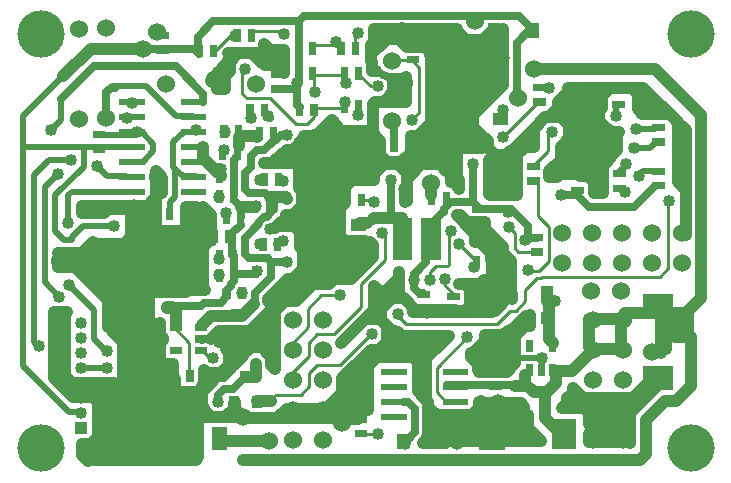
<source format=gbr>
G04 start of page 2 for group 0 idx 0
G04 Title: stribog.main_board, solder *
G04 Creator: pcb 20070208 *
G04 CreationDate: Sun Apr  6 09:45:45 2008 UTC *
G04 For: dti *
G04 Format: Gerber/RS-274X *
G04 PCB-Dimensions: 236220 157480 *
G04 PCB-Coordinate-Origin: lower left *
%MOIN*%
%FSLAX24Y24*%
%LNBACK*%
%ADD11C,0.0400*%
%ADD12C,0.0250*%
%ADD13C,0.0100*%
%ADD14C,0.0200*%
%ADD15C,0.0250*%
%ADD16C,0.0098*%
%ADD17C,0.0600*%
%ADD18R,0.0400X0.0400*%
%ADD19C,0.1575*%
%ADD20R,0.0240X0.0240*%
%ADD21R,0.0200X0.0200*%
%ADD22R,0.0879X0.0879*%
%ADD23R,0.0800X0.0800*%
%ADD24R,0.0640X0.0640*%
%ADD25R,0.0512X0.0512*%
%ADD26R,0.0340X0.0340*%
%ADD27C,0.0380*%
%ADD28C,0.0207*%
%ADD29C,0.1260*%
%ADD30C,0.0350*%
%ADD31C,0.0350*%
G54D11*X12047Y7716D02*Y7362D01*
X11417Y7322D02*X11771D01*
Y7874D01*
X11102D01*
X11496Y7637D02*X11220Y7362D01*
X11933Y7862D02*X11539D01*
X11102Y7874D02*X10944Y8031D01*
X10866Y7677D02*X10905Y7637D01*
X11496D01*
X12063Y7732D02*X11933Y7862D01*
X10944Y8031D02*Y8976D01*
X11102Y9133D01*
X10984Y8976D02*X10944Y9015D01*
Y9488D01*
X10984Y9881D02*X11220Y10118D01*
X11535Y11181D02*Y10196D01*
X11102Y9133D02*Y9685D01*
X11338Y9921D01*
X12086D01*
Y10039D01*
X11535Y10196D02*X11968D01*
Y10275D01*
X11732Y10511D01*
X10905Y9488D02*Y9881D01*
X11514Y7086D02*X10511D01*
X9960Y6732D02*X10275Y6771D01*
X10590Y7086D01*
X11338Y6850D02*X10708D01*
X10433Y7086D02*X10708Y7362D01*
X11524Y7096D02*X11514Y7086D01*
X11181D02*X11417Y7322D01*
X11220Y7362D02*X11023D01*
X12047D02*X11574Y6889D01*
X11614Y6929D02*Y7126D01*
X11299Y6614D02*X11614Y6929D01*
X11574Y6889D02*Y6889D01*
X11614Y7126D02*X11338Y6850D01*
X10708D02*X10472Y6614D01*
X10433D01*
X10393Y2259D02*X10370Y2283D01*
X10393Y2259D02*X10456Y2322D01*
X9393Y2220D02*X9377Y2244D01*
X9212Y2047D02*X9370Y2244D01*
X8858Y1968D02*X9173Y2283D01*
X10511D01*
X10378Y2244D02*X9409D01*
X9094Y1968D02*X10905D01*
X10393Y2259D02*X10378Y2244D01*
X9960Y6732D02*X9291Y6063D01*
Y5984D02*X8661D01*
X8582Y5984D02*X9212Y6614D01*
X8779Y5551D02*X9133Y5905D01*
X8661D02*Y5590D01*
X9728Y6854D02*X8937Y6062D01*
X9370Y6614D02*X9645Y6889D01*
X10196Y6574D02*X9488Y5866D01*
X10118Y6456D02*X10590D01*
X10748Y6614D01*
X11299D01*
X9488Y5866D02*X9173D01*
X10944Y2401D02*X11889Y3346D01*
Y2677D02*X11614Y2401D01*
X12086Y5590D02*X10984Y4488D01*
X11023Y2834D02*Y3307D01*
X11968Y4251D01*
X11889Y3700D02*Y2244D01*
X11771Y2992D02*X11063Y2283D01*
X7952Y4881D02*X8070Y5000D01*
X8779D01*
X8661Y5590D02*X7952Y4881D01*
X8779Y3622D02*X8661Y3740D01*
Y4527D01*
X8346Y4330D02*X8582Y4094D01*
X8543Y4803D02*Y5314D01*
X8779Y5000D02*Y5551D01*
X7952Y4330D02*X8346D01*
X7834Y4527D02*Y4212D01*
X7952Y4330D01*
X8661Y4527D02*X7834D01*
X8779Y4881D02*Y3622D01*
Y4291D02*Y5354D01*
G54D12*X11023Y1850D02*X11063D01*
G54D11*X11563Y1933D02*X11185D01*
X11614Y2401D02*Y1968D01*
X11141D01*
X11185Y1933D02*X11023Y1771D01*
X10748Y2244D02*X11889D01*
X10456Y2322D02*X11811D01*
G54D12*X10984Y1811D02*X11023Y1850D01*
G54D11*Y1811D02*X10708Y2126D01*
Y2204D01*
X10748Y2244D01*
X10826Y2401D02*X10944D01*
X6378Y11012D02*Y10629D01*
X6417D01*
X9921Y10393D02*X9763Y10551D01*
X8418Y10472D02*X9881D01*
X9055Y10826D02*X8693Y10472D01*
X9645Y10275D02*X9566Y10196D01*
X9362Y10905D02*X9176D01*
X9649Y10826D02*X9051D01*
X6929Y10275D02*X6889Y10196D01*
X6929Y10275D02*X6968Y10039D01*
X6417Y10629D02*X6889Y10157D01*
X6389Y11023D02*X6378Y11012D01*
X8693Y10472D02*X8415D01*
X10039Y11220D02*X9649Y10826D01*
X9921Y11259D02*X9960Y6732D01*
X9685Y9055D02*Y9527D01*
X9566Y10196D02*Y9645D01*
X9842Y9370D01*
Y8897D01*
X9921Y8700D02*X9880Y8741D01*
X10157Y6889D02*Y11141D01*
X9291Y8661D02*X9685Y9055D01*
X9606Y8149D02*X9370Y8464D01*
X9728Y7555D02*Y6893D01*
X9880Y8741D02*X9133D01*
X9881Y8819D02*X9488Y8425D01*
X9133Y8741D02*Y8622D01*
X8976Y8503D02*X8779Y8307D01*
X9960Y8425D02*X9133D01*
X8897Y8385D02*X9488D01*
X9212Y8661D02*X9291D01*
X9448Y8503D02*X9094D01*
X9370Y8464D02*X9291D01*
X9728Y7555D02*X9606Y7677D01*
Y8149D01*
X14921Y6456D02*X15118D01*
X15275Y6141D02*Y5629D01*
X15433Y6141D02*X15275D01*
X15118Y6456D02*X15472Y6102D01*
X15629Y6456D02*X14921D01*
X15472Y6102D02*X15433Y6141D01*
X16299Y6496D02*X16692Y6102D01*
Y5944D01*
X16653Y6102D02*Y6102D01*
X16692Y5944D02*X16653Y5984D01*
Y6889D01*
X16102Y5551D02*X16653Y6102D01*
X16378Y6141D02*X15787Y5551D01*
X15866Y5905D02*X16023Y6063D01*
X15944Y6220D02*X15984Y6181D01*
Y6141D01*
X15433Y5590D01*
Y5551D01*
X15196Y5629D02*X15787Y6220D01*
X14634Y5547D02*X14630Y5551D01*
X13385Y5511D02*X16023D01*
X14634Y5547D02*X14638Y5551D01*
X16102D01*
X12086Y6377D02*X12401Y6062D01*
Y5905D01*
X12086Y5590D02*Y6377D01*
X12244Y6259D02*Y5984D01*
X12322Y5629D02*X12677Y5984D01*
X12755D02*X13070D01*
X13110Y5944D02*X13464Y5590D01*
X14771D02*X13582D01*
X13464D02*X13858D01*
X13385Y5551D02*Y5511D01*
X14814Y5547D02*X14771Y5590D01*
X12244Y5984D02*X12913Y6653D01*
G54D13*X13858Y5511D02*Y5590D01*
G54D11*X13700Y4291D02*Y4685D01*
G54D13*Y4724D01*
G54D11*X12992D02*X14566D01*
X12519Y4527D02*Y5039D01*
X15775Y4553D02*X15783Y4560D01*
Y4751D01*
X15787Y4748D01*
X16649D01*
X15777Y4555D02*X16346D01*
X15590Y2519D02*Y2322D01*
X16500Y3523D02*X15594D01*
X16417Y3976D02*X16267Y3826D01*
X15740D01*
X15559Y4074D02*X16315D01*
X15728Y4307D02*X16315D01*
X15594Y3523D02*Y3736D01*
X15330Y4000D01*
X15543Y4059D02*X15559Y4074D01*
X15330Y4000D02*Y4161D01*
X15397D01*
X15689Y4452D01*
X15775Y4553D02*X15777Y4555D01*
X15654Y2538D02*X15830Y2362D01*
G54D13*X13074Y9673D02*X13110Y9638D01*
Y9606D01*
G54D11*Y9173D01*
X12913Y6653D02*Y6063D01*
Y6850D02*Y6496D01*
X13189Y10157D02*Y9212D01*
X15433Y7834D02*X15630D01*
X15984Y7480D01*
Y7244D01*
X15433Y8228D02*X16023Y7637D01*
X16378Y7677D02*X15787Y8267D01*
X16299Y6929D02*Y6496D01*
X16023Y6063D02*Y7637D01*
X15748Y6574D02*X15629Y6456D01*
X15787Y6220D02*Y6574D01*
X16102Y6889D02*Y5905D01*
X15984Y7244D02*X16299Y6929D01*
X16378Y7480D02*Y7480D01*
X16653Y6889D02*X16378Y7165D01*
X16653Y7204D02*X16378Y7480D01*
Y7165D02*Y7677D01*
X16653Y6850D02*Y7204D01*
X15551Y8494D02*Y8110D01*
X15560Y8503D02*X15551Y8494D01*
X14842Y8740D02*X15078Y8503D01*
X14842Y8740D02*X14960D01*
X15354Y8228D02*X14842Y8740D01*
X14960D02*X15196Y8503D01*
X15433Y7834D02*Y8228D01*
X15787Y8267D02*Y8503D01*
X15078D02*X15560D01*
X15433Y8228D02*X15354D01*
X15787Y8503D02*X15315D01*
X21181Y3110D02*X20708Y2637D01*
X21653Y3307D02*X21614Y3267D01*
X21456D01*
X21574Y3110D02*X21181D01*
X20748Y2283D02*X21574Y3110D01*
X20630Y2126D02*Y1141D01*
X20393Y1456D02*Y1771D01*
X20354Y2126D02*X20511Y2283D01*
Y2637D01*
X20354Y2480D01*
X20708Y2244D02*X20630Y2126D01*
X20629Y1692D02*Y1968D01*
X20393Y1259D02*X20354Y1220D01*
X20393Y1259D02*X20314Y1181D01*
X19252D01*
Y1456D01*
X20393D01*
Y1771D02*X19252D01*
Y2007D01*
X18937Y2322D02*X18346D01*
X18700Y2677D01*
Y2992D01*
X19566Y2126D01*
X19370Y2480D02*X19212Y2637D01*
X19566Y2126D02*X20354D01*
Y2480D02*X19370D01*
X19212Y2637D02*X20629D01*
X19389Y1988D02*X19074Y2303D01*
X13661Y3779D02*X13425Y4015D01*
X13700Y4291D01*
X13622Y3779D02*X13582Y3818D01*
Y4015D01*
X13464Y3937D02*X13543Y3858D01*
X14566Y4724D02*X13622Y3779D01*
X14015Y4448D02*X14055D01*
X13976Y4370D01*
X13582Y4015D02*X14015Y4448D01*
X13976Y4370D02*X12913D01*
X13897Y2519D02*X13661Y2755D01*
Y3779D01*
X13543Y3858D02*Y2874D01*
X13818D01*
Y2637D01*
Y4015D01*
X10433Y2244D02*X12755Y4566D01*
X12244Y4251D02*X12519Y4527D01*
G54D13*X12795Y4881D02*Y4803D01*
G54D11*Y4881D02*Y4055D01*
X12874Y4842D02*X12992Y4724D01*
X12283Y5275D02*X11771D01*
X12283Y5590D02*X12086D01*
X12007Y5511D02*X12086Y5590D01*
X12637Y4921D02*X12322Y5236D01*
Y5629D01*
X13425Y4015D02*X12204D01*
X11968Y4251D02*X12244D01*
X14481Y2007D02*X14409Y1935D01*
X14479Y2005D02*X14253D01*
X13897Y2362D01*
X14173Y2047D02*X13897Y2322D01*
X14527Y2047D02*X14330Y1850D01*
X14252Y1535D02*X14527Y1811D01*
X13897Y1330D02*X13709Y1141D01*
X13897Y2362D02*Y1330D01*
Y2519D02*Y2322D01*
X14173Y1141D02*Y2047D01*
X13709Y1141D02*X14448D01*
X14349D02*X14173D01*
X14360Y1131D02*X14349Y1141D01*
X14763Y1299D02*X14724Y1259D01*
X14360Y1231D02*X14371Y1220D01*
X16417Y3976D02*X16181Y3740D01*
Y3622D01*
X16456Y4818D02*Y3976D01*
X16787Y4897D02*Y3811D01*
X16500Y3523D01*
G54D14*X17677Y3976D02*Y3582D01*
Y3976D02*X16378D01*
G54D12*X16181Y2401D02*Y2519D01*
G54D11*X14481Y2007D02*X16023D01*
X16181Y2165D01*
Y2559D01*
X15590Y2322D02*X15314Y2047D01*
X14527D01*
X14371Y1220D02*X17637D01*
X17322Y1535D01*
X14252D01*
X14527Y1811D02*X17204D01*
Y2086D01*
X14133D01*
X15830Y2362D02*X17086D01*
X16968Y2480D02*X15590D01*
X17086Y2362D02*X16968Y2480D01*
X17004Y5129D02*X16456Y4818D01*
X16968Y5078D02*X16787Y4897D01*
X17165Y5393D02*X16220Y4448D01*
X17125Y5039D02*X16653Y4566D01*
X17279Y5404D02*X17268Y5393D01*
X17165D01*
X17279Y5404D02*X17283Y5401D01*
Y5039D01*
X17125D01*
X15866Y10984D02*X16102Y10748D01*
X16496D01*
X16614Y10866D01*
X16968D01*
X17126Y11023D01*
X17401Y11614D02*X16535Y10748D01*
X16535D01*
X16850Y10669D02*Y9409D01*
X16181Y10590D02*Y9527D01*
X16220Y9566D02*X16535D01*
X16850Y9409D02*X15944D01*
X16535Y9566D02*Y10551D01*
X15944Y9409D02*X15905Y9448D01*
Y10590D01*
X21063Y12677D02*Y12283D01*
X21063Y12677D02*X21063D01*
X22480Y11574D02*X22165Y11889D01*
X21496Y12244D02*X21063Y12677D01*
X21023Y12126D02*X21929D01*
X22480Y9448D02*Y11574D01*
X22204Y11850D02*Y10118D01*
Y10196D02*Y9842D01*
X22480Y9566D01*
Y8070D01*
X22204Y11850D02*X21063Y12992D01*
X17126Y11023D02*X17401D01*
Y11614D01*
X17795Y12007D01*
X19133D01*
X18858Y11811D02*X18818Y11771D01*
X18582Y11732D02*X18346Y11968D01*
X18307Y11023D02*X18622Y11338D01*
Y11338D01*
X18228Y12322D02*X17913Y12007D01*
Y12007D01*
X18307Y10118D02*X18937D01*
X18818Y11771D02*Y10275D01*
X18582Y10472D02*Y11732D01*
X18818Y10275D02*X18740Y10354D01*
X18464D01*
X18582Y10472D01*
G54D13*X18189Y10000D02*X18110D01*
G54D11*X18189D02*X18307Y10118D01*
X18189Y10000D02*X17913D01*
Y10196D01*
X18307Y10590D01*
Y11023D01*
X18948Y10043D02*X19133Y10228D01*
X18948Y10043D02*X18951Y10039D01*
X19212D01*
X19409Y9842D01*
Y9488D01*
X19724D01*
Y10393D01*
X19409Y12992D02*X18543D01*
Y12834D01*
X18228Y12519D01*
Y12322D01*
X18346Y12244D02*X18385Y12283D01*
X18858D01*
X18818Y12322D01*
Y12677D01*
X18700Y12559D01*
X18582D01*
X19133Y10228D02*Y12755D01*
X19409Y9488D02*Y12677D01*
X19566Y12204D02*Y9488D01*
Y11968D02*Y11889D01*
X19724Y10393D02*X19881Y10551D01*
X20196Y10905D02*X19803Y10511D01*
X19881Y10551D02*Y11614D01*
X20000Y11496D01*
X20236D01*
X20196Y11456D01*
Y10905D01*
X19566Y11889D02*X19881Y11574D01*
X19645Y12677D02*Y12677D01*
X19133Y12755D02*X19370Y12992D01*
X20236D01*
X19409Y12677D02*X19685D01*
Y12322D01*
X19566Y12204D01*
X19960Y12992D02*X19645Y12677D01*
X19685Y12992D02*X20669D01*
X20866Y12795D01*
Y12283D01*
X21023Y12126D01*
X21063Y12992D02*X19960D01*
G54D14*X15984Y12677D02*X16378Y13070D01*
Y13228D01*
G54D11*X15787Y12480D02*X16377Y13070D01*
X15984Y12677D02*X15826Y12834D01*
X16063Y12755D02*X15393Y12086D01*
X16063Y12755D02*Y13503D01*
X15826Y12834D02*Y13779D01*
Y13818D02*Y14015D01*
X16349Y13257D02*X16299Y13307D01*
X14291Y11771D02*Y14015D01*
X13937Y11496D02*X14212Y11771D01*
G54D13*X14173Y11496D02*X14212D01*
G54D11*X14527Y13779D02*Y11968D01*
X14842Y11574D02*Y12874D01*
X14763Y11574D02*Y12814D01*
X14173Y11456D02*X15275D01*
X14921Y11496D02*X14842Y11417D01*
X14212Y11771D02*X14685D01*
X15157Y11456D02*Y13110D01*
X15393Y11574D02*Y12086D01*
X13976Y14055D02*Y11811D01*
X14015Y10826D02*Y11063D01*
X13976Y11811D02*X13543Y11377D01*
Y11338D02*X13307Y11102D01*
X13700Y11496D02*X13582Y11377D01*
X13307D02*Y11023D01*
X13582Y11377D02*X13307D01*
X14370Y11023D02*X14173D01*
X14409Y10984D02*X14370Y11023D01*
X13307Y11102D02*Y10826D01*
X12007Y11496D02*X12283Y11220D01*
X12047Y11653D02*Y12440D01*
X12126Y12519D02*X12795D01*
X12874D02*X13149D01*
X14212Y11259D02*X13622D01*
X14291Y11338D02*X14212Y11259D01*
X12007Y13543D02*X12165D01*
X12047Y12440D02*X12126Y12519D01*
G54D12*X12397Y13425D02*X12068Y13622D01*
X12086Y13639D01*
Y13779D01*
X12007Y13858D01*
G54D11*X12795Y12519D02*Y13188D01*
X12716Y13228D02*Y12834D01*
X12440Y12559D01*
G54D12*X12598Y13346D02*X12397Y13425D01*
G54D11*X12795Y12598D02*X12874Y12519D01*
X13149D02*Y13346D01*
X13070Y13267D01*
X12677D01*
X12716Y13228D01*
G54D12*X12598Y13307D02*Y13346D01*
G54D11*X15629Y12559D02*Y13031D01*
X15472Y12401D02*X15629Y12559D01*
X15472Y13149D02*Y12401D01*
X15551Y13228D02*X15472Y13149D01*
X15315Y13149D02*X14448D01*
X14822Y12814D02*X15196Y13188D01*
X14763Y12814D02*X14822D01*
X15275Y13228D02*X15551D01*
X15157Y13110D02*X15275Y13228D01*
X14448Y13503D02*X15708D01*
X15354Y13188D02*X15315Y13149D01*
X15669Y10984D02*X15039D01*
X15866Y11220D02*Y10984D01*
X15905Y10590D02*X16181D01*
X15669Y11220D02*Y10984D01*
X16181Y9527D02*X16220Y9566D01*
X14843Y11457D02*Y9724D01*
X14645Y9842D02*Y11181D01*
Y11456D02*X14763Y11574D01*
X14921Y9921D02*Y9606D01*
X15433Y11614D02*X15748Y11299D01*
X15629Y11456D02*X15866Y11220D01*
X14921Y11220D02*X15669D01*
X13267Y10039D02*X13661Y10433D01*
X13858Y10866D02*X13543Y10551D01*
X13401Y10354D02*X12992D01*
X13307Y10826D02*X12992Y10511D01*
X13918Y10451D02*Y10669D01*
X13937Y10433D02*X13918Y10451D01*
X14645Y11181D02*X14252D01*
Y11338D01*
X14193Y10944D02*X14212D01*
X13918Y10669D02*X14193Y10944D01*
X13937Y10748D02*X14015Y10826D01*
X14488Y10196D02*X14409Y10275D01*
X11988Y11425D02*Y10692D01*
X12007Y11692D02*Y11496D01*
X12992Y10511D02*X11889D01*
X14173Y10433D02*X13661D01*
X14409Y10275D02*Y10984D01*
X12992Y10354D02*X13189Y10157D01*
X13445Y10310D02*X13401Y10354D01*
X13149Y10433D02*X12401D01*
X14173Y11023D02*Y10433D01*
X13858Y11141D02*X13149Y10433D01*
X11948Y11539D02*X11944Y11535D01*
X7244Y13818D02*X7559Y14133D01*
X8031D02*X8031D01*
X7283Y13937D02*Y14133D01*
X8267D02*X7204D01*
X8346Y13818D02*X8031Y14133D01*
X7244Y13503D02*Y13818D01*
X7283Y14133D02*Y13543D01*
X7126Y13385D01*
Y13307D02*Y12952D01*
X6850D01*
X6929Y13464D02*X6889Y13503D01*
X6653Y13228D02*X6692Y13188D01*
X7007Y13661D02*X7283Y13937D01*
X9094Y14251D02*Y13464D01*
X8622Y14251D02*X9094D01*
X8937Y13936D02*Y13740D01*
X8897Y13976D02*X8937Y13936D01*
Y13740D02*X8464D01*
X8385Y13976D02*X8897D01*
X8425Y14291D02*X8267Y14133D01*
X8425Y14448D02*Y14291D01*
Y14448D02*X8622Y14251D01*
X12007Y13858D02*X11989Y13876D01*
X12007Y13858D02*Y13543D01*
X11968Y13897D02*X12007Y13858D01*
X10883Y11692D02*X10669Y11907D01*
X10179Y11417D01*
X11771Y11377D02*X12047Y11653D01*
X11944Y11535D02*X10984D01*
X10179Y11417D02*X10078D01*
X9921Y11259D01*
X10236Y11456D02*X10157Y11377D01*
X9763D01*
X10157Y11141D02*X10393Y11377D01*
X9763Y11302D02*X9366Y10905D01*
X9763Y11377D02*Y11302D01*
X10393Y11377D02*X10433D01*
X11989Y13876D02*Y14409D01*
X9212Y6614D02*X9370D01*
X9133Y8622D02*X8897Y8385D01*
X10433Y11377D02*Y7086D01*
X10708Y7362D02*Y11614D01*
X10984Y11338D01*
Y9881D01*
X11220Y10118D02*Y11496D01*
X11535Y11181D01*
X11771Y10866D02*Y11377D01*
X12283Y10748D02*X12559Y10472D01*
X12283Y11220D02*Y10748D01*
X12401Y10433D02*X12007Y10039D01*
X14291Y14015D02*X14527Y13779D01*
X13976Y14133D02*X15669D01*
X15511Y14330D02*X13897D01*
X13937Y14094D02*X13976Y14055D01*
X14015Y14370D02*X13997Y14351D01*
X13779Y14645D02*X14881D01*
X13582Y14527D02*X13976Y14133D01*
X13464Y14527D02*X13582D01*
X13167Y14351D02*X13543D01*
X13464Y14527D02*X13582Y14645D01*
X13997Y14351D02*X13189D01*
X13464Y14527D02*X13503Y14566D01*
X12086Y14881D02*Y14960D01*
X12401Y14527D02*X12007Y14133D01*
X12874Y14645D02*X13167Y14351D01*
X13503Y14921D02*X12086D01*
Y14566D01*
X12126Y14606D02*X13307D01*
X12086Y14960D02*X14842D01*
X12086Y14566D02*X12126Y14606D01*
X13503Y14566D02*Y14921D01*
G54D12*X12992Y15000D02*X13031Y15039D01*
G54D11*X16378Y13070D02*Y14960D01*
X16299Y13307D02*Y14921D01*
X15748Y13818D02*X14488D01*
X15669Y14528D02*Y14133D01*
X16023Y14882D02*Y13779D01*
X16377Y13070D02*X16378D01*
X16072Y14931D02*X16023Y14882D01*
X15708Y14566D02*X16063Y14921D01*
X15157Y14566D02*X15708D01*
X14842Y14881D02*X15157Y14566D01*
X14842Y14960D02*Y14881D01*
G54D12*X7352Y3564D02*X7095Y3307D01*
G54D11*X7125Y3464D02*X6535D01*
G54D12*X7095Y3307D02*X6496D01*
G54D11*X7440Y4291D02*X7165D01*
X6929Y4527D02*X7716D01*
Y4055D01*
X6929Y4881D02*X8779D01*
X7165Y4291D02*X7244Y4212D01*
Y3740D02*X7007Y3503D01*
X7353Y3702D02*X7440Y3790D01*
X7244Y4212D02*Y3740D01*
X7440Y3790D02*Y4291D01*
X7716Y4055D02*X7125Y3464D01*
X7755Y1968D02*X9173D01*
X6220Y2598D02*Y2834D01*
X7716Y2007D02*X6259D01*
X6417Y2244D02*X6653Y2007D01*
X6299Y2244D02*X6259Y2283D01*
X6417Y2067D02*Y2283D01*
Y2322D02*Y2244D01*
X6299Y1968D02*Y2244D01*
X7755Y1968D02*X7440Y2283D01*
G54D12*X6456Y3228D02*X6535Y3307D01*
G54D11*X7409Y2489D02*Y2290D01*
X7165Y2047D01*
X7440Y2283D02*Y2519D01*
X6338Y3031D02*Y2322D01*
X5590Y6259D02*X6456D01*
G54D12*X6379Y4610D02*X6343Y4606D01*
X6379Y4610D02*X6336Y4566D01*
G54D11*X6929Y4881D02*X6653Y4606D01*
X6929Y4881D02*Y4527D01*
X6220Y2834D02*X5629D01*
X6378D02*Y2874D01*
X6338Y2952D02*X6417Y3031D01*
Y3582D01*
G54D12*X6496Y3267D02*Y3228D01*
G54D11*X6378Y2874D02*X6732Y3228D01*
X4803Y9606D02*Y6614D01*
X4066Y8927D02*X4399D01*
X4803Y9330D01*
X5026Y9973D02*Y9488D01*
X4803Y9330D02*Y10196D01*
X5026Y9973D01*
X4881Y8188D02*X4921Y8228D01*
X4566Y6771D02*X4488Y6850D01*
X3976Y8700D02*Y6889D01*
X3740Y7795D02*X4133Y8188D01*
X4488Y6850D02*Y9055D01*
X4055Y8700D02*X3976D01*
X4173Y8937D02*Y6968D01*
X4055Y7086D01*
Y8700D01*
X6378Y9015D02*X6653Y8740D01*
Y7952D01*
X6299Y7834D02*Y8740D01*
X6653Y7952D02*X6378Y7677D01*
X6456Y6259D02*X6378Y6338D01*
Y6653D02*X6181Y6456D01*
X6063D01*
X6378Y7677D02*Y6338D01*
X6141Y6653D02*Y9015D01*
X5826D01*
Y6889D01*
X5472Y6929D02*Y8228D01*
X5157D01*
Y6771D01*
X4921Y8228D02*X5748D01*
X6063Y6417D02*X5826Y6181D01*
X5511D01*
X5315Y6338D02*X5590D01*
X4055Y6535D02*X4370Y6220D01*
X4212Y6732D02*X4488Y6456D01*
X4527D01*
X4488Y6496D01*
Y6220D02*X4448Y6181D01*
X4094D01*
X5826Y6496D02*X6102Y6771D01*
X4763Y6377D02*X5039D01*
X4330Y6574D02*X6220D01*
X6141Y6653D01*
X5826Y6889D02*X5511D01*
X5472Y6929D01*
X4566Y4251D02*Y6102D01*
X4488Y1771D02*Y6220D01*
X4173Y6102D02*Y1732D01*
X3937Y1771D02*Y6259D01*
X4960Y5142D02*Y3503D01*
X4803Y3740D02*Y4055D01*
X4330D01*
X4685Y4133D02*X4566Y4251D01*
X4763Y4173D02*X4803Y4212D01*
Y5118D01*
X4330Y3346D02*X4370D01*
X5393Y3307D02*X5196Y3503D01*
X5393Y3779D02*Y3307D01*
X4960Y3779D02*X5393D01*
X3700Y6220D02*Y1692D01*
X5866Y1653D02*X5433Y1220D01*
Y1574D02*X5708Y1850D01*
X4173Y1456D02*X4488Y1771D01*
X4173Y1732D02*X3897D01*
X3937Y1771D01*
X4409Y748D02*X4370Y787D01*
X4881Y826D02*X5157D01*
X5433Y1181D02*Y590D01*
X6023Y1063D02*Y1377D01*
X5748Y1338D02*Y787D01*
X6220Y1811D02*X5748Y1338D01*
X6220Y669D02*Y1811D01*
X6141Y590D02*X6220Y669D01*
X5393Y590D02*X6141D01*
X5748Y787D02*X6023Y1063D01*
X5551Y1968D02*X6299D01*
X6259Y2283D02*X5511D01*
Y2598D02*X6220D01*
X4370Y787D02*Y3346D01*
X4606Y708D02*Y3267D01*
X4881D02*Y826D01*
X4606Y3267D02*X4881D01*
X5157Y826D02*Y3267D01*
X5433Y3228D01*
Y3267D02*Y1574D01*
X5511Y2283D02*Y2598D01*
X5708Y6181D02*X4527D01*
X4094Y6181D02*X4173Y6102D01*
X4370Y6220D02*Y4291D01*
X3346Y4881D02*Y6535D01*
X3228Y6417D02*Y5000D01*
Y5905D01*
X3503Y748D02*X4409D01*
X2913Y787D02*X3189D01*
X2559Y551D02*X2362Y748D01*
Y1023D01*
X2440Y944D01*
X4173D01*
X5433Y590D02*X2598D01*
X4173Y944D02*Y1141D01*
X4133Y1102D01*
X2362D01*
X2637D01*
X3070Y1456D02*X4173D01*
X3661Y1692D02*X3346Y1377D01*
X2874D01*
X3425Y1614D02*X3149D01*
X2637Y1102D02*X3031Y1496D01*
X3070Y1456D01*
X2874Y1377D02*Y2519D01*
X2716Y2677D01*
X3425Y3149D02*Y1614D01*
X3149D02*Y2992D01*
X2992Y2834D01*
X2913D01*
X2716Y2677D02*X2047D01*
X2126Y3031D02*X2716D01*
X2755Y3070D01*
Y3149D01*
X2047D01*
X3425D01*
X1404Y3320D02*Y5511D01*
X1653D01*
X1692Y5472D01*
Y3188D01*
Y5511D01*
X1850D01*
X1771Y5433D01*
X3818Y4409D02*X3346Y4881D01*
X1771Y5433D02*Y3385D01*
X2047Y2677D02*X1404Y3320D01*
X1771Y3385D02*X2126Y3031D01*
X2677Y7165D02*X3858D01*
X2952Y6889D02*X2677Y7165D01*
X3858D02*Y7440D01*
X3622Y6535D02*X4055D01*
X3582Y6692D02*X3897D01*
X3976Y6889D02*X2952D01*
X3858Y7440D02*X3818Y7480D01*
X3346Y6771D02*X4566D01*
X2165Y7047D02*X1771D01*
X2126Y7007D02*X1535D01*
Y7283D01*
X2322D01*
X1771Y7047D02*X1732Y7007D01*
X2716Y7834D02*X2755Y7795D01*
X2716Y7834D02*Y7834D01*
X2362Y7480D02*X2716Y7834D01*
X2362Y7244D02*X2165Y7047D01*
X2244Y6968D02*X2440Y7165D01*
X2480D01*
X2519Y7125D01*
X2559Y7322D02*X2519Y7362D01*
X1535Y7480D02*X2362D01*
X3818D02*X1535D01*
X2755Y7795D02*X3740D01*
X3346Y6259D02*X3622Y6535D01*
X3937Y6259D02*X3700D01*
X3661Y6220D01*
X3346Y6535D02*X3228Y6417D01*
Y5905D02*X2126Y7007D01*
X2322Y7283D02*X3070Y6535D01*
Y6496D01*
X3346Y6771D01*
X4488Y9055D02*X2362D01*
Y8818D01*
X3070D01*
X3189Y8937D01*
X4173D01*
G54D12*X6220Y14685D02*X6732Y15196D01*
G54D13*X7283Y14724D02*X6771Y14212D01*
X7440Y14724D02*X7283D01*
G54D15*X6220Y14685D02*Y14173D01*
X6256Y14302D02*X6244Y14291D01*
G54D11*X7598Y11338D02*Y11061D01*
X7637Y11377D02*X7598Y11338D01*
G54D13*X7834Y12637D02*X7677Y12795D01*
X7795Y13621D02*Y13622D01*
X8622Y12637D02*X7834D01*
X8768Y12949D02*X8811Y12992D01*
X7677Y13503D02*X7795Y13622D01*
G54D12*X8425Y10905D02*X8858Y11338D01*
G54D11*X8189D02*X8149Y11377D01*
G54D12*X8614Y11968D02*X8582Y12007D01*
X8661Y11102D02*X8976Y11417D01*
G54D11*X8149Y11377D02*X7637D01*
G54D13*X7677Y12795D02*Y13503D01*
G54D12*X6732Y15196D02*X9566D01*
G54D13*X9094Y14763D02*X8976Y14881D01*
X7952D01*
X11456Y14724D02*Y14291D01*
X11535Y14803D02*X11456Y14724D01*
G54D12*X9566Y15196D02*Y14291D01*
Y14377D02*Y13149D01*
G54D13*X9563Y14381D02*X9566Y14377D01*
X10890Y14409D02*X10078D01*
G54D12*X9566Y13149D02*X9370Y12952D01*
G54D13*X9330Y12992D02*X9488Y13149D01*
X8811Y12992D02*X9330D01*
X9395Y13149D02*X9527D01*
G54D12*Y12408D02*Y13149D01*
X9370Y12952D02*X8818D01*
G54D13*X10172Y12322D02*X11063D01*
X10082Y12334D02*X10078Y12330D01*
Y12007D01*
X9842Y11771D01*
X9488D02*X8622Y12637D01*
G54D12*X9602Y12334D02*X9527Y12408D01*
G54D13*X9842Y11771D02*X9488D01*
G54D12*X8976Y11417D02*X9173D01*
G54D13*X10078Y12874D02*Y13425D01*
X10118Y12834D02*X10078Y12874D01*
X11008Y13425D02*X10039D01*
G54D14*X1732Y13385D02*X393Y12047D01*
X1299Y11574D02*X1653Y11929D01*
G54D11*X1732Y13385D02*X2637Y14291D01*
G54D14*X1653Y11929D02*Y12598D01*
X393Y11023D02*X2598D01*
X3897D02*X2283D01*
G54D13*X4173Y11496D02*X4330D01*
X4173D02*X4277D01*
G54D14*X3003Y11421D02*X3086Y11417D01*
X3007D02*X4173D01*
G54D12*X2755Y13700D02*X1653Y12598D01*
G54D11*X3228Y14291D02*X4448D01*
X2637D02*X3503D01*
G54D14*X5739Y11523D02*X5393Y11178D01*
G54D15*X6256Y14122D02*X6087Y14291D01*
G54D12*X6389Y12783D02*X5472Y13700D01*
X6389Y12523D02*Y12783D01*
G54D14*X5472Y12047D02*X6063D01*
G54D15*X6244Y14291D02*X4527D01*
G54D12*X5472Y13700D02*X2755D01*
X3149Y11968D02*Y12834D01*
X3307Y12992D01*
X3464D01*
G54D14*X3346Y13031D02*X4488D01*
X5472Y12047D01*
X4173Y11496D02*X4347D01*
X4724Y11119D01*
G54D12*X19252Y9015D02*X18858Y9409D01*
X19252Y9015D02*X20748D01*
G54D13*X21889Y9173D02*X21929Y9212D01*
X21889Y8700D02*Y9173D01*
X21929Y9212D02*Y9212D01*
G54D12*X18858Y9409D02*X18307D01*
G54D13*X19370Y7165D02*Y7126D01*
G54D12*X20748Y9015D02*X21417Y9685D01*
G54D13*X21889Y6968D02*Y8937D01*
G54D14*X20185Y10121D02*X20457Y10393D01*
G54D13*X20472D01*
G54D11*X21141Y787D02*X20944Y590D01*
X20315Y5236D02*Y4291D01*
X21141Y787D02*Y1929D01*
X21771Y2559D01*
X22165D01*
X22637Y3031D01*
Y4685D01*
X21811Y5118D02*Y4291D01*
X22126Y4960D02*Y4685D01*
G54D14*X21484Y11657D02*X21441Y11614D01*
X20826D01*
X20146Y12437D02*X20157Y12425D01*
Y12047D01*
X21484Y11177D02*X21291Y10984D01*
X20747D01*
G54D13*X21664Y10200D02*X21660Y10196D01*
G54D14*X21062D01*
X20905Y10039D01*
G54D11*X22992Y12086D02*X21456Y13622D01*
X22992Y8464D02*Y12086D01*
X19291Y5275D02*X20315D01*
X20275Y5259D02*X20448Y5472D01*
X20488D02*X22519D01*
X19252Y5236D02*Y5275D01*
X20275D02*Y5236D01*
X22559Y4724D02*X22244Y5039D01*
X22559Y5433D02*Y4724D01*
X22519Y5472D02*X22559Y5433D01*
X21614Y5472D02*X22126Y4960D01*
X21653Y5275D02*X21811Y5118D01*
X21653Y4133D02*Y5275D01*
X22244Y5039D02*Y5236D01*
X22480Y5472D02*X22992Y5984D01*
Y8503D01*
X22637Y4685D02*X22204D01*
X19393Y4259D02*X18677Y3543D01*
G54D16*X21614Y6692D02*X21889Y6968D01*
G54D12*X7405Y6539D02*X7322Y6456D01*
X7401Y6747D02*Y7283D01*
X7362Y7416D02*Y8149D01*
X7405Y7373D02*X7362Y7416D01*
X7405Y6743D02*X7590Y6771D01*
X7405Y6822D02*Y6539D01*
G54D11*X7637Y9015D02*X8110D01*
G54D12*X7637D02*X7401Y9251D01*
X7637Y8676D02*Y9015D01*
X7362Y8149D02*X7637Y8425D01*
X8189Y10905D02*X8425D01*
X7992Y10708D02*X8189Y10905D01*
X7795Y9606D02*Y10157D01*
X7992Y10354D02*Y10708D01*
X8027Y6771D02*X7480Y6771D01*
X8110Y7322D02*X7913D01*
X7401Y10575D02*Y9409D01*
X7795Y7440D02*Y7992D01*
X8661Y6692D02*Y7126D01*
X8657Y7161D02*X8539Y7318D01*
X8464Y9488D02*X7913D01*
X8503Y8681D02*X8425D01*
X7641Y8672D02*X7637Y8676D01*
X8622Y8818D02*Y8937D01*
X7795Y10157D02*X7992Y10354D01*
X7523Y10697D02*X7401Y10575D01*
X8740Y9015D02*Y9212D01*
Y8937D02*Y9133D01*
X7913Y9488D02*X7795Y9606D01*
X7322Y6373D02*X7165Y6216D01*
X8110Y5905D02*Y6141D01*
X7165Y6023D02*Y6181D01*
X7322Y6456D02*Y6373D01*
X8622Y8799D02*X8503Y8681D01*
G54D13*X9881Y5629D02*X10315Y6063D01*
X10944D01*
X10748D01*
X9881Y5000D02*X9370Y4488D01*
X9881Y5629D02*Y5000D01*
X9921Y4488D02*X10196Y4763D01*
X10748D01*
X9921Y3031D02*X9645Y2755D01*
X8818D01*
X9921Y4055D02*X9291Y3425D01*
X9291D01*
X9921Y4488D02*Y4055D01*
G54D11*X7007Y1280D02*X7068Y1220D01*
X6653Y5393D02*X6338Y5078D01*
G54D12*X6889Y2755D02*Y2519D01*
X7086Y2952D02*X6889Y2755D01*
G54D11*X8149Y3346D02*X7874D01*
G54D12*X7382Y2952D02*X7086D01*
G54D11*X7685Y5393D02*X8070Y5779D01*
X6653Y5393D02*X7685D01*
G54D12*X5168Y5658D02*X5218Y5708D01*
X6417Y5826D02*X6968D01*
X5218Y5708D02*X6299D01*
X6968Y5826D02*X7165Y6023D01*
G54D11*X8198Y2559D02*X8661D01*
G54D12*X8740Y9133D02*X8464Y9488D01*
X8622Y8858D02*Y8937D01*
G54D11*X9173Y9291D02*X9133Y9330D01*
G54D12*X8740Y8897D03*
G54D11*X9133Y9330D02*X8622D01*
G54D12*X8425Y8681D02*X8070Y8326D01*
X8141Y6885D02*X8067Y6771D01*
X7795Y7992D02*X8229Y8425D01*
X7913Y7322D02*X7795Y7440D01*
X8543Y7318D02*X8070D01*
X8834Y7795D02*X9055Y7874D01*
X8700Y7165D02*X9173Y7165D01*
X8661Y7165D02*X9212Y7165D01*
G54D13*X17874Y11338D02*X18031Y11496D01*
X16378Y11338D02*X17559Y12519D01*
G54D12*X16889Y12598D02*X16889Y12598D01*
Y12618D01*
G54D13*X13346Y13897D02*X13582Y13661D01*
G54D11*X21456Y13622D02*X17401D01*
G54D12*X16850Y14488D02*Y12677D01*
X16929Y15393D02*X17362Y14960D01*
Y15000D02*X16850Y14488D01*
X16889Y12637D02*X16850Y12677D01*
G54D13*X17874Y10866D02*Y11338D01*
X17204Y6889D02*X17598D01*
X17874Y10866D02*X17362Y10354D01*
X17559Y8700D02*Y9921D01*
X16889Y7519D02*X17559D01*
G54D12*X17126Y7913D02*X17204Y7992D01*
X17519D01*
X17204Y8385D02*Y7913D01*
G54D13*X17913Y7204D02*X17598Y6889D01*
X17913Y8346D02*X17559Y8700D01*
G54D16*X17677Y6692D02*X21614D01*
G54D12*X12677Y11889D02*X12755Y11811D01*
G54D13*X12204Y13031D02*X11968D01*
X11614Y13385D01*
X12685Y13897D02*X13346D01*
G54D12*X12755Y11811D02*Y10984D01*
G54D13*X12677Y13889D02*X12685Y13897D01*
X13582Y13661D02*Y13425D01*
Y12165D02*Y13464D01*
X13346Y11929D02*X13582Y12165D01*
G54D12*X9763Y15393D02*X16929D01*
X9566Y15196D02*X9763Y15393D01*
X15708Y8937D02*X16574D01*
G54D13*X16574Y8346D02*X16771Y8149D01*
Y7637D01*
X16889Y7519D01*
X16496Y8858D02*Y8937D01*
G54D16*X15492Y7224D02*X15496D01*
X14921Y7795D02*X15492Y7224D01*
G54D13*X14527Y7047D02*X14133D01*
X14566Y7086D02*X14527Y7047D01*
X14566Y8110D02*Y7086D01*
G54D12*X14645Y9173D02*X15393D01*
X15629Y8937D01*
X15393Y9173D02*Y10433D01*
G54D11*X13976Y9803D02*X13976Y9803D01*
G54D12*X14409Y8858D02*Y8936D01*
G54D13*X14566Y8110D02*X14645Y8188D01*
G54D12*X15629Y8937D02*X15984D01*
X16653D02*X17204Y8385D01*
X14409Y8936D02*X14645Y9173D01*
X13093Y2519D02*X13228D01*
X13464Y2283D01*
G54D11*X8189Y2549D02*X8198Y2559D01*
G54D13*X10944Y3740D02*X12007Y4803D01*
X10944Y3740D02*X10511D01*
X10590D02*X10196D01*
X9921Y3464D01*
Y3031D01*
X12007Y6811D02*X12440Y7244D01*
X10748Y4763D02*X11653Y5669D01*
Y6456D01*
X12007Y6811D01*
X14814Y6027D02*X14409Y6432D01*
Y6614D01*
G54D12*X13425Y6299D02*Y6771D01*
Y6299D02*X13582Y6141D01*
G54D13*X13346Y6614D02*Y6692D01*
X13385Y6574D02*X13346Y6614D01*
G54D12*X13582Y6929D02*X13425Y6771D01*
X13582Y6141D02*X13700D01*
G54D13*X12874Y5393D02*X13149Y5118D01*
X13937Y6850D02*Y6574D01*
X13937Y6850D02*X13937D01*
G54D11*X20315Y4291D02*X19291D01*
X19252Y4330D02*Y5236D01*
X17913Y4596D02*Y5944D01*
G54D13*Y7204D02*Y8346D01*
G54D11*X18045Y4464D02*X17913Y4596D01*
G54D13*X17480Y6614D02*X17126Y6259D01*
G54D16*X17480Y6614D02*X17519Y6653D01*
X17637D01*
X17677Y6692D01*
G54D13*X17126Y6259D02*Y5866D01*
X16811Y5551D01*
G54D11*X17834Y5866D02*Y6141D01*
X20944Y590D02*X7716D01*
G54D13*X14173Y3661D02*Y2834D01*
X14527Y2480D01*
X14724D01*
G54D12*X13464Y1496D02*X13070Y1102D01*
X13464Y2283D02*Y1496D01*
G54D13*X11563Y1453D02*X11567Y1456D01*
X12204D01*
G54D11*X17126Y3110D02*Y3425D01*
X18425Y1356D02*X17795Y1986D01*
Y2834D01*
G54D12*X12677Y9881D02*X12637Y9842D01*
Y8661D01*
G54D11*X13976Y9803D02*Y9409D01*
G54D13*X12594Y9853D02*X12622Y9881D01*
X12677D01*
G54D12*X13983Y8450D02*X14391Y8858D01*
G54D11*X12086Y8661D02*X13031D01*
G54D13*X11657Y9341D02*X11747Y9251D01*
X12047D01*
Y8622D02*X12126Y8700D01*
G54D11*X11850Y8464D02*X11614D01*
X12047Y8622D02*X12086Y8661D01*
G54D13*X14133Y7047D02*X13937Y6850D01*
X12440Y7244D02*Y8149D01*
G54D12*X13818Y7525D02*Y7165D01*
X13983Y7690D02*X13818Y7525D01*
Y7165D02*X13597Y6944D01*
X16711Y3070D02*X14527D01*
G54D11*X17126Y3110D02*X17047Y3031D01*
X16771D01*
X17834Y2834D02*X17401D01*
X17126Y3110D01*
G54D13*X15196Y4685D02*X14173Y3661D01*
X13149Y5118D02*X16181D01*
X16181D02*X16614Y5551D01*
X16811D02*X16614D01*
G54D11*X18677Y3543D02*X18149D01*
Y3149D01*
X17834Y2834D01*
G54D14*X748Y10078D02*X984Y10314D01*
X787Y10118D02*X1259Y10590D01*
X1968D01*
X1535Y10118D02*Y10118D01*
X1456Y9409D02*X2401Y10354D01*
X1102Y9685D02*X1535Y10118D01*
X2401Y10354D02*Y11023D01*
G54D11*X7068Y1220D02*X8582D01*
G54D13*X8818Y2755D02*X8661Y2598D01*
G54D11*X8149Y3779D02*Y3346D01*
G54D12*X8110Y6141D02*X8661Y6692D01*
X7799Y3369D02*X7382Y2952D01*
G54D11*X5472Y5551D02*Y5078D01*
X5354Y5669D02*X5472Y5551D01*
G54D13*X5905Y4493D02*Y3307D01*
X6622Y3976D02*X6732D01*
X6379Y4220D02*X6622Y3976D01*
G54D14*X1102Y6496D02*X1574Y6023D01*
X3149Y4212D02*X2755Y4606D01*
X1929Y2165D02*X2362D01*
X2637Y3661D02*X2322D01*
X3149D02*X2637D01*
X2755Y5590D02*X1929Y6417D01*
G54D12*X6299Y5708D02*X6417Y5826D01*
G54D14*X393Y3700D02*X1929Y2165D01*
X393Y12047D02*Y3700D01*
X2023Y8011D02*X2385Y8374D01*
X1889Y8464D02*Y9409D01*
X1456Y8228D02*Y9409D01*
X1757Y7927D02*X1456Y8228D01*
X1102Y9685D02*Y6496D01*
X748Y4527D02*Y10078D01*
X905Y4370D02*X748Y4527D01*
X3189Y10039D02*X3818D01*
X5433Y9330D02*X5275Y9173D01*
X5438Y9344D02*Y10295D01*
X5275Y9173D02*Y8740D01*
X5708Y10039D02*X6141D01*
X5393Y10354D02*X5708Y10039D01*
X5393Y11178D02*Y10354D01*
X4724Y11119D02*Y10866D01*
X4370Y10511D01*
X4133D01*
G54D11*X5178Y5669D02*X5354D01*
G54D13*X5399Y5000D02*X5905Y4493D01*
G54D11*X5168Y5658D02*X5178Y5669D01*
G54D14*X2755Y4606D02*Y5590D01*
X2016Y7927D02*X1757D01*
X2385Y8374D02*X3354D01*
X1889Y9409D02*X2007Y9527D01*
X2834Y10393D02*X3189Y10039D01*
X3689Y9523D02*X3685Y9527D01*
X2007D01*
G54D17*X13976Y9803D03*
X12677Y11889D03*
Y13889D03*
X22362Y8149D03*
Y7149D03*
X21362Y8149D03*
Y7149D03*
X20362Y8149D03*
Y7149D03*
X19362Y8149D03*
Y7149D03*
X18362Y8149D03*
Y7149D03*
G54D11*X2322Y5153D03*
Y4653D03*
Y4153D03*
Y3653D03*
Y3153D03*
Y2653D03*
Y2153D03*
G54D18*Y1653D03*
G54D17*X10393Y1259D03*
X9393D03*
X10393Y2259D03*
X9393D03*
X10393Y3259D03*
X9393D03*
X10393Y4259D03*
Y5259D03*
X9393Y4259D03*
Y5259D03*
X20393Y1259D03*
X19393D03*
X20393Y2259D03*
X19393D03*
X20393Y3259D03*
X19393D03*
X20393Y4259D03*
X19393D03*
X20393Y5259D03*
X19393D03*
X19330Y6220D03*
X20315D03*
X2244Y14960D03*
Y11960D03*
X3149Y11968D03*
Y14968D03*
X8149Y13110D03*
X5149D03*
G54D19*X984Y984D03*
G54D17*X1614Y7204D03*
G54D11*X905Y4370D03*
X1929Y6417D03*
X1574Y6023D03*
X4842Y3503D03*
X3188Y4212D03*
G54D17*X2834Y6574D03*
G54D11*X7992Y11968D03*
X8267Y9925D03*
X8189Y11338D03*
X8425Y10472D03*
X10952Y9566D03*
X12086Y9173D03*
X10952Y8976D03*
X11338Y10236D03*
X8543Y12047D03*
X13346Y11929D03*
X10433Y11259D03*
X9173Y11417D03*
X12204Y13031D03*
X10826Y14511D03*
X8425Y14448D03*
X7795Y13622D03*
X7440Y14724D03*
G54D17*X6771Y13267D03*
G54D11*X6968Y10275D03*
G54D17*X4842Y14842D03*
X4370Y14291D03*
G54D11*X3858Y11968D03*
X9094Y13622D03*
X6929Y6732D03*
X8181Y6885D03*
X6929Y7283D03*
G54D17*X7716Y2007D03*
G54D11*X7716Y590D03*
X6889Y2519D03*
Y5393D03*
X6929Y4881D03*
X6732Y3976D03*
X8149Y3779D03*
Y9055D03*
X6929Y9330D03*
X7165Y8818D03*
X3188Y3661D03*
G54D17*X4055Y4409D03*
X4960Y4606D03*
G54D11*X4842Y2362D03*
X3413Y8381D03*
G54D17*X4094Y8976D03*
G54D11*X10236Y9173D03*
Y7952D03*
X10157Y10118D03*
X12047Y7401D03*
X12519Y5027D03*
X8622Y8267D03*
X9055Y9881D03*
X9173Y9291D03*
Y7165D03*
G54D17*X8661Y5905D03*
G54D11*X9055Y7874D03*
X6456Y6259D03*
X8267Y7795D03*
X7677Y6141D03*
X4173Y11496D03*
X7102Y11496D03*
X7086Y10905D03*
X4015Y12480D03*
X6141Y11574D03*
X6653Y7874D03*
G54D19*X984Y14763D03*
G54D11*X1535Y10118D03*
X1299Y11574D03*
X1889Y8464D03*
X1968Y10590D03*
X2834Y10393D03*
G54D17*X4881Y10000D03*
G54D11*X12007Y4763D03*
X11692Y2874D03*
G54D17*X8582Y1220D03*
X11023Y1811D03*
G54D11*X14842Y1102D03*
X12204Y1456D03*
X13700Y4724D03*
X17677Y3976D03*
G54D17*X17126Y1811D03*
X18622Y2598D03*
X16220Y2480D03*
X15665Y3614D03*
G54D19*X22637Y984D03*
G54D17*X21338Y4173D03*
X21653Y3307D03*
X13070Y13149D03*
G54D11*X11141D03*
G54D17*X13464Y14527D03*
G54D11*X11535Y14803D03*
X12086Y14527D03*
X11535Y12086D03*
X11102Y12519D03*
X10118Y12834D03*
X9527Y13149D03*
X9094Y14763D03*
X20433Y9527D03*
X20747Y10984D03*
X20826Y11614D03*
X20472Y10433D03*
X20905Y10039D03*
G54D19*X22637Y14763D03*
G54D11*X17913Y12992D03*
G54D17*X17401Y13622D03*
X16889Y12637D03*
G54D11*X20157Y12047D03*
X18031Y11496D03*
X18189Y10000D03*
X17401Y11023D03*
X21929Y9212D03*
X12362Y8149D03*
X10944Y6063D03*
X12047Y8622D03*
X14921Y9645D03*
X13094Y9602D03*
X12661Y9901D03*
X13858Y5476D03*
X12874Y5433D03*
X15196Y4685D03*
X13110Y1102D03*
X13425Y6574D03*
X14448Y6614D03*
X13937Y6574D03*
X14921Y7795D03*
X14645Y8228D03*
X14842Y8740D03*
X18307Y9409D03*
X18110Y5866D03*
X17126Y7913D03*
G54D17*X16968Y5078D03*
G54D11*X17204Y6929D03*
X16378Y12244D03*
X16417Y13976D03*
X15984Y12755D03*
X16378Y11338D03*
X15354Y11141D03*
G54D17*X15433Y15196D03*
G54D11*X15393Y10433D03*
X15433Y8228D03*
X16574Y8346D03*
X15905Y6063D03*
X16535Y8858D03*
X16692Y5944D03*
G54D17*X16023Y10314D03*
G54D11*X15429Y7000D03*
G54D20*X9563Y13554D02*Y13374D01*
X10043Y13554D02*Y13374D01*
X9602Y12334D02*Y12154D01*
X9563Y14381D02*Y14201D01*
X10082Y12334D02*Y12154D01*
X11578Y12452D02*Y12272D01*
X11098Y12452D02*Y12272D01*
X11460Y14381D02*Y14201D01*
X10980Y14381D02*Y14201D01*
X10043Y14381D02*Y14201D01*
X13295Y13933D02*X13475D01*
X13295Y14413D02*X13475D01*
X13232Y11153D02*Y10973D01*
X12752Y11153D02*Y10973D01*
X11578Y13554D02*Y13374D01*
X11098Y13554D02*Y13374D01*
X20185Y10121D02*X20365D01*
X20185Y9641D02*X20365D01*
X21484Y11657D02*X21664D01*
X21484Y11177D02*X21664D01*
X20146Y12437D02*X20326D01*
X20146Y12917D02*X20326D01*
X21484Y10200D02*X21664D01*
X21484Y9720D02*X21664D01*
X17508Y12995D02*X17688D01*
X17508Y12515D02*X17688D01*
X17311Y10358D02*X17491D01*
G54D18*X16249Y11957D02*X16349D01*
G54D20*X17311Y9878D02*X17491D01*
X17429Y7515D02*X17609D01*
X17429Y7995D02*X17609D01*
X18768Y10043D02*X18948D01*
X18768Y9563D02*X18948D01*
G54D18*X16249Y13257D02*X16349D01*
X16072Y14931D02*Y14831D01*
X17372Y14931D02*Y14831D01*
G54D20*X8421Y10023D02*Y9843D01*
X8263Y11546D02*Y11366D01*
X7995Y14814D02*Y14634D01*
X8901Y10023D02*Y9843D01*
X8743Y11546D02*Y11366D01*
X8768Y12949D02*X8948D01*
X8768Y13429D02*X8948D01*
X8429Y12334D02*Y12154D01*
X7405Y10129D02*Y9949D01*
X6925Y10129D02*Y9949D01*
G54D21*X5739Y10023D02*X6389D01*
G54D20*X7043Y10877D02*Y10697D01*
G54D21*X5739Y11023D02*X6389D01*
X5739Y10523D02*X6389D01*
G54D20*X7523Y10877D02*Y10697D01*
X7562Y11625D02*Y11445D01*
G54D21*X3689Y9523D02*X4339D01*
X3689Y10023D02*X4339D01*
X3689Y10523D02*X4339D01*
X3689Y11023D02*X4339D01*
X3689Y11523D02*X4339D01*
X3689Y12023D02*X4339D01*
X3689Y12523D02*X4339D01*
X5739D02*X6389D01*
X5739Y12023D02*X6389D01*
X5739Y11523D02*X6389D01*
G54D20*X7082Y11625D02*Y11445D01*
X2823Y10941D02*X3003D01*
X2823Y11421D02*X3003D01*
X6256Y14302D02*Y14122D01*
X6736Y14302D02*Y14122D01*
X4949Y14728D02*X5129D01*
X4949Y14248D02*X5129D01*
X7515Y14814D02*Y14634D01*
X7949Y12334D02*Y12154D01*
X7247Y8121D02*Y7941D01*
X6767Y8121D02*Y7941D01*
X6925Y7452D02*Y7272D01*
X7405Y7452D02*Y7272D01*
G54D21*X5739Y9523D02*X6389D01*
G54D20*X7200Y6231D02*Y6051D01*
X7680Y6231D02*Y6051D01*
X6925Y6822D02*Y6642D01*
X7405Y6822D02*Y6642D01*
X7161Y8751D02*Y8571D01*
X7641Y8751D02*Y8571D01*
X8106Y9105D02*Y8925D01*
X6925Y9460D02*Y9280D01*
X7405Y9460D02*Y9280D01*
X8625Y6940D02*Y6760D01*
X8586Y9105D02*Y8925D01*
X8382Y7845D02*Y7665D01*
X8862Y7845D02*Y7665D01*
X8145Y6940D02*Y6760D01*
X11657Y9341D02*Y9161D01*
X11177Y9341D02*Y9161D01*
G54D18*X11524Y8396D02*X11624D01*
X11524Y7096D02*X11624D01*
G54D20*X11563Y1453D02*X11743D01*
X11563Y1933D02*X11743D01*
G54D22*X16025Y1556D02*Y1356D01*
G54D23*X18425Y1556D02*Y1356D01*
G54D20*X16051Y3027D02*X16231D01*
G54D21*X14479Y2005D02*X15129D01*
G54D23*X21435Y3308D02*X21635D01*
G54D21*X14479Y3505D02*X15129D01*
X14479Y3005D02*X15129D01*
X14479Y2505D02*X15129D01*
G54D20*X16051Y3507D02*X16231D01*
X15508Y7255D02*Y7075D01*
X15988Y7255D02*Y7075D01*
X17759Y5404D02*Y5224D01*
X17279Y5404D02*Y5224D01*
X18045Y4464D02*Y4304D01*
X17265Y4464D02*Y4304D01*
X18045Y3644D02*Y3484D01*
X17655Y3644D02*Y3484D01*
X17265Y3644D02*Y3484D01*
G54D23*X21435Y5708D02*X21635D01*
G54D18*X13060Y1231D02*Y1131D01*
X14360Y1231D02*Y1131D01*
G54D21*X12429Y2005D02*X13079D01*
X12429Y2505D02*X13079D01*
X12429Y3005D02*X13079D01*
X12429Y3505D02*X13079D01*
G54D20*X13650Y6106D02*X13830D01*
X14634Y6027D02*X14814D01*
G54D18*X16545Y6191D02*Y6091D01*
X17845Y6191D02*Y6091D01*
G54D20*X13650Y5626D02*X13830D01*
X14634Y5547D02*X14814D01*
X15461Y8460D02*X15641D01*
X15461Y8940D02*X15641D01*
G54D24*X13983Y8332D02*Y7572D01*
X13023Y8332D02*Y7572D01*
G54D20*X14012Y9381D02*Y9201D01*
X14492Y9381D02*Y9201D01*
X13153Y9853D02*Y9673D01*
X12673Y9853D02*Y9673D01*
G54D25*X5748Y1417D02*Y1181D01*
X6929Y1417D02*Y1181D01*
G54D18*X7509Y5404D02*X7609D01*
G54D20*X6219Y5000D02*X6379D01*
X6219Y4610D02*X6379D01*
X6219Y4220D02*X6379D01*
G54D18*X7509Y4104D02*X7609D01*
G54D20*X5948Y3475D02*Y3295D01*
X5468Y3475D02*Y3295D01*
G54D26*X8189Y2549D02*Y2489D01*
X7409Y2549D02*Y2489D01*
X7799Y3369D02*Y3309D01*
G54D20*X5271Y8869D02*Y8689D01*
X5751Y8869D02*Y8689D01*
X5399Y5000D02*X5559D01*
G54D18*X5343Y6958D02*X5443D01*
X5343Y5658D02*X5443D01*
G54D20*X5399Y4220D02*X5559D01*
G54D14*G54D15*G54D27*G54D28*G54D27*G54D29*G54D30*G54D14*G54D30*G54D14*G54D30*G54D14*G54D30*G54D14*G54D31*G54D14*G54D30*G54D31*G54D14*G54D30*G54D14*G54D31*G54D14*G54D29*G54D14*G54D30*G54D14*G54D30*G54D31*G54D14*G54D30*G54D31*G54D30*G54D29*G54D30*G54D14*G54D30*G54D14*G54D29*G54D14*G54D31*G54D14*G54D31*G54D14*G54D30*G54D14*G54D31*G54D14*M02*

</source>
